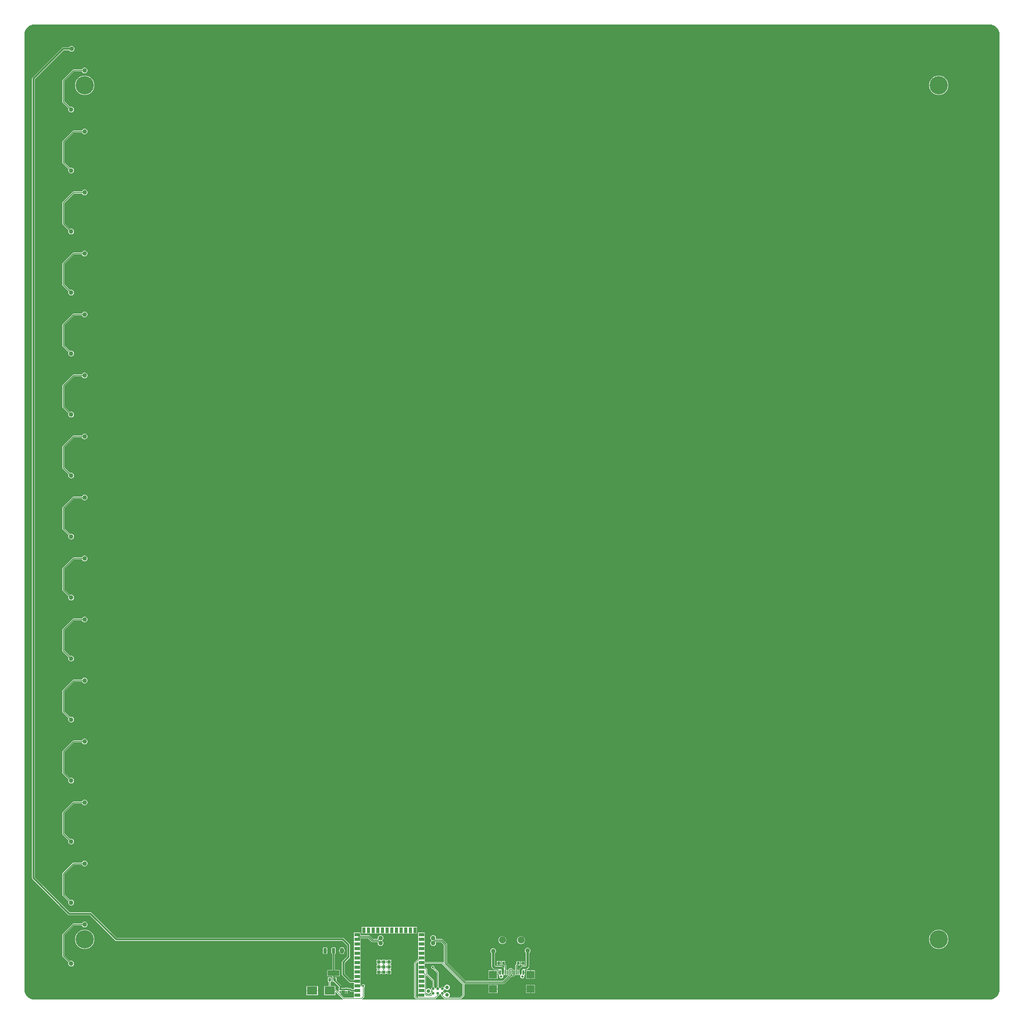
<source format=gbl>
G04*
G04 #@! TF.GenerationSoftware,Altium Limited,Altium Designer,24.3.1 (35)*
G04*
G04 Layer_Physical_Order=2*
G04 Layer_Color=16711680*
%FSLAX25Y25*%
%MOIN*%
G70*
G04*
G04 #@! TF.SameCoordinates,990AA879-4203-459C-8826-AB23A681A769*
G04*
G04*
G04 #@! TF.FilePolarity,Positive*
G04*
G01*
G75*
%ADD13R,0.05906X0.03543*%
%ADD17C,0.01575*%
%ADD18C,0.02559*%
%ADD23C,0.01000*%
%ADD24C,0.00800*%
%ADD25C,0.01500*%
%ADD26C,0.05000*%
%ADD27C,0.03902*%
%ADD28C,0.19685*%
%ADD29C,0.07480*%
%ADD30C,0.02362*%
%ADD31C,0.05000*%
%ADD32C,0.03098*%
%ADD33R,0.03150X0.03740*%
%ADD34R,0.01860X0.02029*%
%ADD35R,0.11024X0.08661*%
%ADD36R,0.02894X0.03394*%
G04:AMPARAMS|DCode=37|XSize=124.02mil|YSize=57.09mil|CornerRadius=2mil|HoleSize=0mil|Usage=FLASHONLY|Rotation=180.000|XOffset=0mil|YOffset=0mil|HoleType=Round|Shape=RoundedRectangle|*
%AMROUNDEDRECTD37*
21,1,0.12402,0.05309,0,0,180.0*
21,1,0.12002,0.05709,0,0,180.0*
1,1,0.00400,-0.06001,0.02655*
1,1,0.00400,0.06001,0.02655*
1,1,0.00400,0.06001,-0.02655*
1,1,0.00400,-0.06001,-0.02655*
%
%ADD37ROUNDEDRECTD37*%
G04:AMPARAMS|DCode=38|XSize=35.43mil|YSize=57.09mil|CornerRadius=1.95mil|HoleSize=0mil|Usage=FLASHONLY|Rotation=180.000|XOffset=0mil|YOffset=0mil|HoleType=Round|Shape=RoundedRectangle|*
%AMROUNDEDRECTD38*
21,1,0.03543,0.05319,0,0,180.0*
21,1,0.03154,0.05709,0,0,180.0*
1,1,0.00390,-0.01577,0.02659*
1,1,0.00390,0.01577,0.02659*
1,1,0.00390,0.01577,-0.02659*
1,1,0.00390,-0.01577,-0.02659*
%
%ADD38ROUNDEDRECTD38*%
%ADD39R,0.03543X0.03543*%
%ADD40R,0.03543X0.05906*%
%ADD41R,0.01181X0.04528*%
%ADD42R,0.02362X0.04528*%
%ADD43R,0.08583X0.07874*%
%ADD44C,0.02000*%
%ADD45C,0.02500*%
G36*
X1039741Y1048458D02*
X1041135Y1048084D01*
X1042468Y1047532D01*
X1043718Y1046811D01*
X1044863Y1045932D01*
X1045883Y1044912D01*
X1046762Y1043767D01*
X1047483Y1042517D01*
X1048035Y1041184D01*
X1048409Y1039790D01*
X1048597Y1038359D01*
Y1037638D01*
Y11811D01*
Y11090D01*
X1048409Y9659D01*
X1048035Y8265D01*
X1047483Y6932D01*
X1046762Y5682D01*
X1045883Y4537D01*
X1044863Y3517D01*
X1043718Y2638D01*
X1042468Y1917D01*
X1041135Y1365D01*
X1039741Y991D01*
X1038311Y803D01*
X363759D01*
X363608Y1303D01*
X363680Y1351D01*
X365649Y3320D01*
X365848Y3618D01*
X365918Y3969D01*
Y14057D01*
X365954Y14072D01*
X366428Y14546D01*
X366684Y15165D01*
Y15835D01*
X366428Y16454D01*
X365954Y16928D01*
X365335Y17184D01*
X364665D01*
X364046Y16928D01*
X363572Y16454D01*
X363557Y16418D01*
X361953D01*
Y17728D01*
X361953Y17772D01*
Y18228D01*
X361953Y18272D01*
Y22728D01*
X361953Y22772D01*
Y23228D01*
X361953Y23272D01*
Y27728D01*
X361953Y27772D01*
Y28228D01*
X361953Y28272D01*
Y32728D01*
X361953Y32772D01*
Y33228D01*
X361953Y33272D01*
Y37728D01*
X361953Y37772D01*
Y38228D01*
X361953Y38272D01*
Y42728D01*
X361953Y42772D01*
Y43228D01*
X361953Y43272D01*
Y47728D01*
X361953Y47772D01*
Y48228D01*
X361953Y48272D01*
Y52728D01*
X361953Y52772D01*
Y53228D01*
X361953Y53272D01*
Y57728D01*
X361953Y57772D01*
Y58228D01*
X361953Y58272D01*
Y62728D01*
X361953Y62772D01*
Y63228D01*
X361953Y63272D01*
Y66480D01*
X370139D01*
X373840Y62779D01*
X374171Y62558D01*
X374561Y62480D01*
X380140D01*
X380527Y61995D01*
X380500Y61895D01*
Y61105D01*
X380704Y60342D01*
X381099Y59658D01*
X381658Y59099D01*
X382342Y58704D01*
X383105Y58500D01*
X383895D01*
X384658Y58704D01*
X385342Y59099D01*
X385901Y59658D01*
X386296Y60342D01*
X386500Y61105D01*
Y61895D01*
X386296Y62658D01*
X385901Y63342D01*
X385342Y63901D01*
X385170Y64000D01*
Y64500D01*
X385342Y64599D01*
X385901Y65158D01*
X386296Y65842D01*
X386500Y66605D01*
Y67395D01*
X386296Y68158D01*
X385901Y68842D01*
X385342Y69401D01*
X384658Y69796D01*
X383895Y70000D01*
X383105D01*
X382342Y69796D01*
X381658Y69401D01*
X381099Y68842D01*
X380704Y68158D01*
X380500Y67395D01*
Y66605D01*
X380527Y66505D01*
X380140Y66020D01*
X375605D01*
X371904Y69721D01*
X371573Y69942D01*
X371183Y70020D01*
X361953D01*
Y72772D01*
X355047D01*
Y68228D01*
X355047Y68228D01*
Y67772D01*
X355047D01*
X355047Y67728D01*
Y63272D01*
X355047Y63228D01*
Y62772D01*
X355047Y62728D01*
Y58272D01*
X355047Y58228D01*
Y57772D01*
X355047Y57728D01*
Y53272D01*
X355047Y53228D01*
Y52772D01*
X355047Y52728D01*
Y48272D01*
X355047Y48228D01*
Y47772D01*
X355047Y47728D01*
Y43272D01*
X355047Y43228D01*
Y42772D01*
X355047Y42728D01*
Y38272D01*
X355047Y38228D01*
Y37772D01*
X355047Y37728D01*
Y33272D01*
X355047Y33228D01*
Y32772D01*
X355047Y32728D01*
Y28272D01*
X355047Y28228D01*
Y27772D01*
X355047Y27728D01*
Y23272D01*
X355047Y23228D01*
Y22772D01*
X355047Y22728D01*
Y22029D01*
X351634D01*
X345029Y28633D01*
Y40367D01*
X350081Y45419D01*
X350413Y45915D01*
X350529Y46500D01*
Y59500D01*
X350413Y60085D01*
X350081Y60581D01*
X344081Y66581D01*
X343585Y66913D01*
X343000Y67029D01*
X100134D01*
X73081Y94081D01*
X72585Y94413D01*
X72000Y94529D01*
X49633D01*
X12029Y132133D01*
Y989867D01*
X43134Y1020971D01*
X48919D01*
X49099Y1020658D01*
X49658Y1020099D01*
X50342Y1019704D01*
X51105Y1019500D01*
X51895D01*
X52658Y1019704D01*
X53342Y1020099D01*
X53901Y1020658D01*
X54296Y1021342D01*
X54500Y1022105D01*
Y1022895D01*
X54296Y1023658D01*
X53901Y1024342D01*
X53342Y1024901D01*
X52658Y1025296D01*
X51895Y1025500D01*
X51105D01*
X50342Y1025296D01*
X49658Y1024901D01*
X49099Y1024342D01*
X48919Y1024029D01*
X42500D01*
X41915Y1023913D01*
X41419Y1023581D01*
X9419Y991581D01*
X9087Y991085D01*
X8971Y990500D01*
Y131500D01*
X9087Y130915D01*
X9419Y130419D01*
X47919Y91919D01*
X48415Y91587D01*
X49000Y91471D01*
X71367D01*
X98419Y64419D01*
X98915Y64087D01*
X99500Y63971D01*
X342367D01*
X347471Y58867D01*
Y47133D01*
X342419Y42081D01*
X342087Y41585D01*
X341971Y41000D01*
Y28000D01*
X342087Y27415D01*
X342419Y26919D01*
X349919Y19419D01*
X350415Y19087D01*
X351000Y18971D01*
X355047D01*
Y18272D01*
X355047Y18228D01*
Y17772D01*
X355047Y17728D01*
Y13228D01*
X355047D01*
Y12772D01*
X355047D01*
Y11774D01*
X352733D01*
X351616Y12892D01*
X351203Y13168D01*
X350715Y13265D01*
X348138D01*
Y13505D01*
X345278D01*
Y13265D01*
X341534D01*
Y13505D01*
X341379D01*
Y15290D01*
X341282Y15778D01*
X341005Y16192D01*
X336134Y21063D01*
Y24690D01*
X334358D01*
Y25850D01*
X339001D01*
X339274Y25905D01*
X339506Y26059D01*
X339660Y26291D01*
X339715Y26564D01*
Y31873D01*
X339660Y32146D01*
X339506Y32378D01*
X339274Y32532D01*
X339001Y32587D01*
X334275D01*
Y50063D01*
X334577D01*
X334848Y50117D01*
X335078Y50271D01*
X335231Y50501D01*
X335285Y50772D01*
Y56091D01*
X335231Y56362D01*
X335078Y56592D01*
X334848Y56745D01*
X334577Y56799D01*
X331423D01*
X331152Y56745D01*
X330922Y56592D01*
X330769Y56362D01*
X330715Y56091D01*
Y50772D01*
X330769Y50501D01*
X330922Y50271D01*
X331152Y50117D01*
X331423Y50063D01*
X331726D01*
Y32587D01*
X326999D01*
X326726Y32532D01*
X326495Y32378D01*
X326340Y32146D01*
X326286Y31873D01*
Y26564D01*
X326340Y26291D01*
X326495Y26059D01*
X326726Y25905D01*
X326999Y25850D01*
X331809D01*
Y22311D01*
X331906Y21824D01*
X331984Y21706D01*
Y19950D01*
X333643D01*
X338830Y14762D01*
Y13505D01*
X338674D01*
Y9488D01*
X338184Y9151D01*
X337999Y9200D01*
X337800Y9498D01*
X336149Y11149D01*
X335851Y11348D01*
X335500Y11418D01*
X334961D01*
Y15331D01*
X329859D01*
Y19950D01*
X331016D01*
Y24690D01*
X326866D01*
Y19950D01*
X328023D01*
Y15331D01*
X322937D01*
Y5669D01*
X334961D01*
Y9035D01*
X335461Y9242D01*
X336302Y8400D01*
X336303Y8395D01*
X336502Y8097D01*
X343248Y1351D01*
X343320Y1303D01*
X343168Y803D01*
X11041D01*
X9610Y991D01*
X8216Y1365D01*
X6883Y1917D01*
X5633Y2638D01*
X4488Y3517D01*
X3468Y4537D01*
X2589Y5682D01*
X1868Y6932D01*
X1316Y8265D01*
X942Y9659D01*
X754Y11090D01*
Y11811D01*
Y1037638D01*
Y1038359D01*
X942Y1039790D01*
X1316Y1041184D01*
X1868Y1042517D01*
X2589Y1043767D01*
X3468Y1044912D01*
X4488Y1045932D01*
X5633Y1046811D01*
X6883Y1047532D01*
X8216Y1048084D01*
X9610Y1048458D01*
X11041Y1048646D01*
X1038311D01*
X1039741Y1048458D01*
D02*
G37*
G36*
X351304Y9599D02*
X351718Y9323D01*
X352205Y9225D01*
X355047D01*
Y8272D01*
X355047Y8228D01*
Y7772D01*
X355047Y7728D01*
Y5750D01*
X358500D01*
Y5250D01*
X355047D01*
Y3418D01*
X355047Y3228D01*
X354676Y2918D01*
X344277D01*
X340161Y7033D01*
X340352Y7495D01*
X341534D01*
Y8760D01*
X340104D01*
Y9260D01*
X341534D01*
Y10716D01*
X345278D01*
Y9260D01*
X346708D01*
X348138D01*
Y10716D01*
X350187D01*
X351304Y9599D01*
D02*
G37*
%LPC*%
G36*
X65895Y1002216D02*
X65105D01*
X64342Y1002012D01*
X63658Y1001617D01*
X63099Y1001058D01*
X62704Y1000374D01*
X62667Y1000236D01*
X53500D01*
X53110Y1000158D01*
X52779Y999937D01*
X41779Y988937D01*
X41558Y988607D01*
X41480Y988216D01*
Y965716D01*
X41558Y965326D01*
X41779Y964995D01*
X48276Y958498D01*
X48204Y958374D01*
X48000Y957611D01*
Y956821D01*
X48204Y956058D01*
X48599Y955374D01*
X49158Y954816D01*
X49842Y954421D01*
X50605Y954216D01*
X51395D01*
X52158Y954421D01*
X52842Y954816D01*
X53401Y955374D01*
X53796Y956058D01*
X54000Y956821D01*
Y957611D01*
X53796Y958374D01*
X53401Y959058D01*
X52842Y959617D01*
X52158Y960012D01*
X51395Y960216D01*
X50605D01*
X49842Y960012D01*
X49718Y959940D01*
X43520Y966139D01*
Y987794D01*
X53922Y998197D01*
X62667D01*
X62704Y998058D01*
X63099Y997374D01*
X63658Y996816D01*
X64342Y996421D01*
X65105Y996216D01*
X65895D01*
X66658Y996421D01*
X67342Y996816D01*
X67901Y997374D01*
X68296Y998058D01*
X68500Y998821D01*
Y999611D01*
X68296Y1000374D01*
X67901Y1001058D01*
X67342Y1001617D01*
X66658Y1002012D01*
X65895Y1002216D01*
D02*
G37*
G36*
X984082Y993610D02*
X983518D01*
Y983518D01*
X993610D01*
Y984082D01*
X993356Y985690D01*
X992852Y987238D01*
X992113Y988688D01*
X991157Y990005D01*
X990005Y991157D01*
X988688Y992113D01*
X987238Y992852D01*
X985690Y993356D01*
X984082Y993610D01*
D02*
G37*
G36*
X983018D02*
X982454D01*
X980846Y993356D01*
X979298Y992852D01*
X977847Y992113D01*
X976530Y991157D01*
X975379Y990005D01*
X974422Y988688D01*
X973683Y987238D01*
X973180Y985690D01*
X972925Y984082D01*
Y983518D01*
X983018D01*
Y993610D01*
D02*
G37*
G36*
X66365D02*
X65801D01*
Y983518D01*
X75894D01*
Y984082D01*
X75639Y985690D01*
X75136Y987238D01*
X74397Y988688D01*
X73440Y990005D01*
X72289Y991157D01*
X70972Y992113D01*
X69521Y992852D01*
X67973Y993356D01*
X66365Y993610D01*
D02*
G37*
G36*
X65301D02*
X64737D01*
X63129Y993356D01*
X61581Y992852D01*
X60131Y992113D01*
X58814Y991157D01*
X57662Y990005D01*
X56705Y988688D01*
X55966Y987238D01*
X55463Y985690D01*
X55209Y984082D01*
Y983518D01*
X65301D01*
Y993610D01*
D02*
G37*
G36*
X993610Y983018D02*
X983518D01*
Y972925D01*
X984082D01*
X985690Y973180D01*
X987238Y973683D01*
X988688Y974422D01*
X990005Y975379D01*
X991157Y976530D01*
X992113Y977847D01*
X992852Y979298D01*
X993356Y980846D01*
X993610Y982454D01*
Y983018D01*
D02*
G37*
G36*
X983018D02*
X972925D01*
Y982454D01*
X973180Y980846D01*
X973683Y979298D01*
X974422Y977847D01*
X975379Y976530D01*
X976530Y975379D01*
X977847Y974422D01*
X979298Y973683D01*
X980846Y973180D01*
X982454Y972925D01*
X983018D01*
Y983018D01*
D02*
G37*
G36*
X75894D02*
X65801D01*
Y972925D01*
X66365D01*
X67973Y973180D01*
X69521Y973683D01*
X70972Y974422D01*
X72289Y975379D01*
X73440Y976530D01*
X74397Y977847D01*
X75136Y979298D01*
X75639Y980846D01*
X75894Y982454D01*
Y983018D01*
D02*
G37*
G36*
X65301D02*
X55209D01*
Y982454D01*
X55463Y980846D01*
X55966Y979298D01*
X56705Y977847D01*
X57662Y976530D01*
X58814Y975379D01*
X60131Y974422D01*
X61581Y973683D01*
X63129Y973180D01*
X64737Y972925D01*
X65301D01*
Y983018D01*
D02*
G37*
G36*
X65895Y936665D02*
X65105D01*
X64342Y936461D01*
X63658Y936066D01*
X63099Y935507D01*
X62704Y934823D01*
X62667Y934685D01*
X53500D01*
X53110Y934607D01*
X52779Y934386D01*
X41779Y923386D01*
X41558Y923055D01*
X41480Y922665D01*
Y900165D01*
X41558Y899775D01*
X41779Y899444D01*
X48276Y892947D01*
X48204Y892823D01*
X48000Y892060D01*
Y891270D01*
X48204Y890507D01*
X48599Y889823D01*
X49158Y889265D01*
X49842Y888870D01*
X50605Y888665D01*
X51395D01*
X52158Y888870D01*
X52842Y889265D01*
X53401Y889823D01*
X53796Y890507D01*
X54000Y891270D01*
Y892060D01*
X53796Y892823D01*
X53401Y893507D01*
X52842Y894066D01*
X52158Y894461D01*
X51395Y894665D01*
X50605D01*
X49842Y894461D01*
X49718Y894389D01*
X43520Y900588D01*
Y922243D01*
X53922Y932646D01*
X62667D01*
X62704Y932507D01*
X63099Y931823D01*
X63658Y931265D01*
X64342Y930870D01*
X65105Y930665D01*
X65895D01*
X66658Y930870D01*
X67342Y931265D01*
X67901Y931823D01*
X68296Y932507D01*
X68500Y933270D01*
Y934060D01*
X68296Y934823D01*
X67901Y935507D01*
X67342Y936066D01*
X66658Y936461D01*
X65895Y936665D01*
D02*
G37*
G36*
Y871114D02*
X65105D01*
X64342Y870910D01*
X63658Y870515D01*
X63099Y869956D01*
X62704Y869272D01*
X62667Y869134D01*
X53500D01*
X53110Y869056D01*
X52779Y868835D01*
X41779Y857835D01*
X41558Y857504D01*
X41480Y857114D01*
Y834614D01*
X41558Y834224D01*
X41779Y833893D01*
X48276Y827396D01*
X48204Y827272D01*
X48000Y826509D01*
Y825719D01*
X48204Y824956D01*
X48599Y824272D01*
X49158Y823713D01*
X49842Y823319D01*
X50605Y823114D01*
X51395D01*
X52158Y823319D01*
X52842Y823713D01*
X53401Y824272D01*
X53796Y824956D01*
X54000Y825719D01*
Y826509D01*
X53796Y827272D01*
X53401Y827956D01*
X52842Y828515D01*
X52158Y828910D01*
X51395Y829114D01*
X50605D01*
X49842Y828910D01*
X49718Y828838D01*
X43520Y835036D01*
Y856692D01*
X53922Y867095D01*
X62667D01*
X62704Y866956D01*
X63099Y866272D01*
X63658Y865714D01*
X64342Y865319D01*
X65105Y865114D01*
X65895D01*
X66658Y865319D01*
X67342Y865714D01*
X67901Y866272D01*
X68296Y866956D01*
X68500Y867719D01*
Y868509D01*
X68296Y869272D01*
X67901Y869956D01*
X67342Y870515D01*
X66658Y870910D01*
X65895Y871114D01*
D02*
G37*
G36*
Y805563D02*
X65105D01*
X64342Y805358D01*
X63658Y804963D01*
X63099Y804405D01*
X62704Y803721D01*
X62667Y803582D01*
X53500D01*
X53110Y803505D01*
X52779Y803284D01*
X41779Y792284D01*
X41558Y791953D01*
X41480Y791563D01*
Y769063D01*
X41558Y768673D01*
X41779Y768342D01*
X48276Y761845D01*
X48204Y761721D01*
X48000Y760958D01*
Y760168D01*
X48204Y759405D01*
X48599Y758721D01*
X49158Y758162D01*
X49842Y757767D01*
X50605Y757563D01*
X51395D01*
X52158Y757767D01*
X52842Y758162D01*
X53401Y758721D01*
X53796Y759405D01*
X54000Y760168D01*
Y760958D01*
X53796Y761721D01*
X53401Y762405D01*
X52842Y762963D01*
X52158Y763358D01*
X51395Y763563D01*
X50605D01*
X49842Y763358D01*
X49718Y763287D01*
X43520Y769485D01*
Y791141D01*
X53922Y801543D01*
X62667D01*
X62704Y801405D01*
X63099Y800721D01*
X63658Y800162D01*
X64342Y799767D01*
X65105Y799563D01*
X65895D01*
X66658Y799767D01*
X67342Y800162D01*
X67901Y800721D01*
X68296Y801405D01*
X68500Y802168D01*
Y802958D01*
X68296Y803721D01*
X67901Y804405D01*
X67342Y804963D01*
X66658Y805358D01*
X65895Y805563D01*
D02*
G37*
G36*
Y740012D02*
X65105D01*
X64342Y739807D01*
X63658Y739412D01*
X63099Y738854D01*
X62704Y738170D01*
X62667Y738031D01*
X53500D01*
X53110Y737954D01*
X52779Y737733D01*
X41779Y726733D01*
X41558Y726402D01*
X41480Y726012D01*
Y703512D01*
X41558Y703122D01*
X41779Y702791D01*
X48276Y696294D01*
X48204Y696170D01*
X48000Y695407D01*
Y694617D01*
X48204Y693854D01*
X48599Y693170D01*
X49158Y692611D01*
X49842Y692216D01*
X50605Y692012D01*
X51395D01*
X52158Y692216D01*
X52842Y692611D01*
X53401Y693170D01*
X53796Y693854D01*
X54000Y694617D01*
Y695407D01*
X53796Y696170D01*
X53401Y696854D01*
X52842Y697412D01*
X52158Y697807D01*
X51395Y698012D01*
X50605D01*
X49842Y697807D01*
X49718Y697736D01*
X43520Y703934D01*
Y725589D01*
X53922Y735992D01*
X62667D01*
X62704Y735854D01*
X63099Y735170D01*
X63658Y734611D01*
X64342Y734216D01*
X65105Y734012D01*
X65895D01*
X66658Y734216D01*
X67342Y734611D01*
X67901Y735170D01*
X68296Y735854D01*
X68500Y736617D01*
Y737407D01*
X68296Y738170D01*
X67901Y738854D01*
X67342Y739412D01*
X66658Y739807D01*
X65895Y740012D01*
D02*
G37*
G36*
Y674461D02*
X65105D01*
X64342Y674256D01*
X63658Y673861D01*
X63099Y673303D01*
X62704Y672618D01*
X62667Y672480D01*
X53500D01*
X53110Y672402D01*
X52779Y672182D01*
X41779Y661181D01*
X41558Y660851D01*
X41480Y660461D01*
Y637960D01*
X41558Y637570D01*
X41779Y637240D01*
X48276Y630743D01*
X48204Y630618D01*
X48000Y629855D01*
Y629066D01*
X48204Y628303D01*
X48599Y627619D01*
X49158Y627060D01*
X49842Y626665D01*
X50605Y626461D01*
X51395D01*
X52158Y626665D01*
X52842Y627060D01*
X53401Y627619D01*
X53796Y628303D01*
X54000Y629066D01*
Y629855D01*
X53796Y630618D01*
X53401Y631303D01*
X52842Y631861D01*
X52158Y632256D01*
X51395Y632460D01*
X50605D01*
X49842Y632256D01*
X49718Y632185D01*
X43520Y638383D01*
Y660038D01*
X53922Y670441D01*
X62667D01*
X62704Y670303D01*
X63099Y669619D01*
X63658Y669060D01*
X64342Y668665D01*
X65105Y668461D01*
X65895D01*
X66658Y668665D01*
X67342Y669060D01*
X67901Y669619D01*
X68296Y670303D01*
X68500Y671066D01*
Y671855D01*
X68296Y672618D01*
X67901Y673303D01*
X67342Y673861D01*
X66658Y674256D01*
X65895Y674461D01*
D02*
G37*
G36*
Y608909D02*
X65105D01*
X64342Y608705D01*
X63658Y608310D01*
X63099Y607752D01*
X62704Y607067D01*
X62667Y606929D01*
X53500D01*
X53110Y606851D01*
X52779Y606630D01*
X41779Y595630D01*
X41558Y595300D01*
X41480Y594909D01*
Y572409D01*
X41558Y572019D01*
X41779Y571689D01*
X48276Y565191D01*
X48204Y565067D01*
X48000Y564304D01*
Y563515D01*
X48204Y562751D01*
X48599Y562067D01*
X49158Y561509D01*
X49842Y561114D01*
X50605Y560909D01*
X51395D01*
X52158Y561114D01*
X52842Y561509D01*
X53401Y562067D01*
X53796Y562751D01*
X54000Y563515D01*
Y564304D01*
X53796Y565067D01*
X53401Y565752D01*
X52842Y566310D01*
X52158Y566705D01*
X51395Y566909D01*
X50605D01*
X49842Y566705D01*
X49718Y566633D01*
X43520Y572832D01*
Y594487D01*
X53922Y604890D01*
X62667D01*
X62704Y604751D01*
X63099Y604067D01*
X63658Y603509D01*
X64342Y603114D01*
X65105Y602909D01*
X65895D01*
X66658Y603114D01*
X67342Y603509D01*
X67901Y604067D01*
X68296Y604751D01*
X68500Y605514D01*
Y606304D01*
X68296Y607067D01*
X67901Y607752D01*
X67342Y608310D01*
X66658Y608705D01*
X65895Y608909D01*
D02*
G37*
G36*
Y543358D02*
X65105D01*
X64342Y543154D01*
X63658Y542759D01*
X63099Y542200D01*
X62704Y541516D01*
X62667Y541378D01*
X53500D01*
X53110Y541300D01*
X52779Y541079D01*
X41779Y530079D01*
X41558Y529748D01*
X41480Y529358D01*
Y506858D01*
X41558Y506468D01*
X41779Y506137D01*
X48276Y499640D01*
X48204Y499516D01*
X48000Y498753D01*
Y497963D01*
X48204Y497200D01*
X48599Y496516D01*
X49158Y495958D01*
X49842Y495563D01*
X50605Y495358D01*
X51395D01*
X52158Y495563D01*
X52842Y495958D01*
X53401Y496516D01*
X53796Y497200D01*
X54000Y497963D01*
Y498753D01*
X53796Y499516D01*
X53401Y500200D01*
X52842Y500759D01*
X52158Y501154D01*
X51395Y501358D01*
X50605D01*
X49842Y501154D01*
X49718Y501082D01*
X43520Y507280D01*
Y528936D01*
X53922Y539338D01*
X62667D01*
X62704Y539200D01*
X63099Y538516D01*
X63658Y537957D01*
X64342Y537563D01*
X65105Y537358D01*
X65895D01*
X66658Y537563D01*
X67342Y537957D01*
X67901Y538516D01*
X68296Y539200D01*
X68500Y539963D01*
Y540753D01*
X68296Y541516D01*
X67901Y542200D01*
X67342Y542759D01*
X66658Y543154D01*
X65895Y543358D01*
D02*
G37*
G36*
Y477807D02*
X65105D01*
X64342Y477602D01*
X63658Y477208D01*
X63099Y476649D01*
X62704Y475965D01*
X62667Y475827D01*
X53500D01*
X53110Y475749D01*
X52779Y475528D01*
X41779Y464528D01*
X41558Y464197D01*
X41480Y463807D01*
Y441307D01*
X41558Y440917D01*
X41779Y440586D01*
X48276Y434089D01*
X48204Y433965D01*
X48000Y433202D01*
Y432412D01*
X48204Y431649D01*
X48599Y430965D01*
X49158Y430406D01*
X49842Y430011D01*
X50605Y429807D01*
X51395D01*
X52158Y430011D01*
X52842Y430406D01*
X53401Y430965D01*
X53796Y431649D01*
X54000Y432412D01*
Y433202D01*
X53796Y433965D01*
X53401Y434649D01*
X52842Y435208D01*
X52158Y435603D01*
X51395Y435807D01*
X50605D01*
X49842Y435603D01*
X49718Y435531D01*
X43520Y441729D01*
Y463385D01*
X53922Y473787D01*
X62667D01*
X62704Y473649D01*
X63099Y472965D01*
X63658Y472406D01*
X64342Y472011D01*
X65105Y471807D01*
X65895D01*
X66658Y472011D01*
X67342Y472406D01*
X67901Y472965D01*
X68296Y473649D01*
X68500Y474412D01*
Y475202D01*
X68296Y475965D01*
X67901Y476649D01*
X67342Y477208D01*
X66658Y477602D01*
X65895Y477807D01*
D02*
G37*
G36*
Y412256D02*
X65105D01*
X64342Y412051D01*
X63658Y411656D01*
X63099Y411098D01*
X62704Y410414D01*
X62667Y410275D01*
X53500D01*
X53110Y410198D01*
X52779Y409977D01*
X41779Y398977D01*
X41558Y398646D01*
X41480Y398256D01*
Y375756D01*
X41558Y375366D01*
X41779Y375035D01*
X48276Y368538D01*
X48204Y368414D01*
X48000Y367651D01*
Y366861D01*
X48204Y366098D01*
X48599Y365414D01*
X49158Y364855D01*
X49842Y364460D01*
X50605Y364256D01*
X51395D01*
X52158Y364460D01*
X52842Y364855D01*
X53401Y365414D01*
X53796Y366098D01*
X54000Y366861D01*
Y367651D01*
X53796Y368414D01*
X53401Y369098D01*
X52842Y369656D01*
X52158Y370051D01*
X51395Y370256D01*
X50605D01*
X49842Y370051D01*
X49718Y369980D01*
X43520Y376178D01*
Y397833D01*
X53922Y408236D01*
X62667D01*
X62704Y408098D01*
X63099Y407414D01*
X63658Y406855D01*
X64342Y406460D01*
X65105Y406256D01*
X65895D01*
X66658Y406460D01*
X67342Y406855D01*
X67901Y407414D01*
X68296Y408098D01*
X68500Y408861D01*
Y409651D01*
X68296Y410414D01*
X67901Y411098D01*
X67342Y411656D01*
X66658Y412051D01*
X65895Y412256D01*
D02*
G37*
G36*
Y346705D02*
X65105D01*
X64342Y346500D01*
X63658Y346105D01*
X63099Y345547D01*
X62704Y344863D01*
X62667Y344724D01*
X53500D01*
X53110Y344647D01*
X52779Y344426D01*
X41779Y333426D01*
X41558Y333095D01*
X41480Y332705D01*
Y310205D01*
X41558Y309815D01*
X41779Y309484D01*
X48276Y302987D01*
X48204Y302863D01*
X48000Y302100D01*
Y301310D01*
X48204Y300547D01*
X48599Y299863D01*
X49158Y299304D01*
X49842Y298909D01*
X50605Y298705D01*
X51395D01*
X52158Y298909D01*
X52842Y299304D01*
X53401Y299863D01*
X53796Y300547D01*
X54000Y301310D01*
Y302100D01*
X53796Y302863D01*
X53401Y303547D01*
X52842Y304105D01*
X52158Y304500D01*
X51395Y304705D01*
X50605D01*
X49842Y304500D01*
X49718Y304429D01*
X43520Y310627D01*
Y332282D01*
X53922Y342685D01*
X62667D01*
X62704Y342547D01*
X63099Y341863D01*
X63658Y341304D01*
X64342Y340909D01*
X65105Y340705D01*
X65895D01*
X66658Y340909D01*
X67342Y341304D01*
X67901Y341863D01*
X68296Y342547D01*
X68500Y343310D01*
Y344100D01*
X68296Y344863D01*
X67901Y345547D01*
X67342Y346105D01*
X66658Y346500D01*
X65895Y346705D01*
D02*
G37*
G36*
Y281153D02*
X65105D01*
X64342Y280949D01*
X63658Y280554D01*
X63099Y279995D01*
X62704Y279311D01*
X62667Y279173D01*
X53500D01*
X53110Y279095D01*
X52779Y278874D01*
X41779Y267874D01*
X41558Y267544D01*
X41480Y267153D01*
Y244653D01*
X41558Y244263D01*
X41779Y243932D01*
X48276Y237435D01*
X48204Y237311D01*
X48000Y236548D01*
Y235758D01*
X48204Y234995D01*
X48599Y234311D01*
X49158Y233753D01*
X49842Y233358D01*
X50605Y233153D01*
X51395D01*
X52158Y233358D01*
X52842Y233753D01*
X53401Y234311D01*
X53796Y234995D01*
X54000Y235758D01*
Y236548D01*
X53796Y237311D01*
X53401Y237995D01*
X52842Y238554D01*
X52158Y238949D01*
X51395Y239153D01*
X50605D01*
X49842Y238949D01*
X49718Y238877D01*
X43520Y245076D01*
Y266731D01*
X53922Y277134D01*
X62667D01*
X62704Y276995D01*
X63099Y276311D01*
X63658Y275753D01*
X64342Y275358D01*
X65105Y275153D01*
X65895D01*
X66658Y275358D01*
X67342Y275753D01*
X67901Y276311D01*
X68296Y276995D01*
X68500Y277758D01*
Y278548D01*
X68296Y279311D01*
X67901Y279995D01*
X67342Y280554D01*
X66658Y280949D01*
X65895Y281153D01*
D02*
G37*
G36*
Y215602D02*
X65105D01*
X64342Y215398D01*
X63658Y215003D01*
X63099Y214444D01*
X62704Y213760D01*
X62667Y213622D01*
X53500D01*
X53110Y213544D01*
X52779Y213323D01*
X41779Y202323D01*
X41558Y201992D01*
X41480Y201602D01*
Y179102D01*
X41558Y178712D01*
X41779Y178381D01*
X48276Y171884D01*
X48204Y171760D01*
X48000Y170997D01*
Y170207D01*
X48204Y169444D01*
X48599Y168760D01*
X49158Y168202D01*
X49842Y167807D01*
X50605Y167602D01*
X51395D01*
X52158Y167807D01*
X52842Y168202D01*
X53401Y168760D01*
X53796Y169444D01*
X54000Y170207D01*
Y170997D01*
X53796Y171760D01*
X53401Y172444D01*
X52842Y173003D01*
X52158Y173398D01*
X51395Y173602D01*
X50605D01*
X49842Y173398D01*
X49718Y173326D01*
X43520Y179525D01*
Y201180D01*
X53922Y211583D01*
X62667D01*
X62704Y211444D01*
X63099Y210760D01*
X63658Y210202D01*
X64342Y209807D01*
X65105Y209602D01*
X65895D01*
X66658Y209807D01*
X67342Y210202D01*
X67901Y210760D01*
X68296Y211444D01*
X68500Y212207D01*
Y212997D01*
X68296Y213760D01*
X67901Y214444D01*
X67342Y215003D01*
X66658Y215398D01*
X65895Y215602D01*
D02*
G37*
G36*
Y150051D02*
X65105D01*
X64342Y149847D01*
X63658Y149452D01*
X63099Y148893D01*
X62704Y148209D01*
X62667Y148071D01*
X53500D01*
X53110Y147993D01*
X52779Y147772D01*
X41779Y136772D01*
X41558Y136441D01*
X41480Y136051D01*
Y113551D01*
X41558Y113161D01*
X41779Y112830D01*
X48276Y106333D01*
X48204Y106209D01*
X48000Y105446D01*
Y104656D01*
X48204Y103893D01*
X48599Y103209D01*
X49158Y102650D01*
X49842Y102256D01*
X50605Y102051D01*
X51395D01*
X52158Y102256D01*
X52842Y102650D01*
X53401Y103209D01*
X53796Y103893D01*
X54000Y104656D01*
Y105446D01*
X53796Y106209D01*
X53401Y106893D01*
X52842Y107452D01*
X52158Y107847D01*
X51395Y108051D01*
X50605D01*
X49842Y107847D01*
X49718Y107775D01*
X43520Y113973D01*
Y135629D01*
X53922Y146031D01*
X62667D01*
X62704Y145893D01*
X63099Y145209D01*
X63658Y144650D01*
X64342Y144256D01*
X65105Y144051D01*
X65895D01*
X66658Y144256D01*
X67342Y144650D01*
X67901Y145209D01*
X68296Y145893D01*
X68500Y146656D01*
Y147446D01*
X68296Y148209D01*
X67901Y148893D01*
X67342Y149452D01*
X66658Y149847D01*
X65895Y150051D01*
D02*
G37*
G36*
X418177Y78874D02*
X417721D01*
X417677Y78874D01*
X413221D01*
X413177Y78874D01*
X412720D01*
X412677Y78874D01*
X408220D01*
X408177Y78874D01*
X407721D01*
X407677Y78874D01*
X403221D01*
X403177Y78874D01*
X402720D01*
X402677Y78874D01*
X398220D01*
X398177Y78874D01*
X397721D01*
X397677Y78874D01*
X393220D01*
X393177Y78874D01*
X392721D01*
X392677Y78874D01*
X388221D01*
X388177Y78874D01*
X387720D01*
X387677Y78874D01*
X383221D01*
X383177Y78874D01*
X382720D01*
X382677Y78874D01*
X378221D01*
X378177Y78874D01*
X377720D01*
X377677Y78874D01*
X373220D01*
X373177Y78874D01*
X372721D01*
X372677Y78874D01*
X368220D01*
X368177Y78874D01*
X367721D01*
X367677Y78874D01*
X363177D01*
Y71969D01*
X367677D01*
X367721Y71969D01*
X368177D01*
X368220Y71969D01*
X372677D01*
X372721Y71969D01*
X373177D01*
X373220Y71969D01*
X377677D01*
X377720Y71969D01*
X378177D01*
X378221Y71969D01*
X382677D01*
X382720Y71969D01*
X383177D01*
X383221Y71969D01*
X387677D01*
X387720Y71969D01*
X388177D01*
X388221Y71969D01*
X392677D01*
X392721Y71969D01*
X393177D01*
X393220Y71969D01*
X397677D01*
X397721Y71969D01*
X398177D01*
X398220Y71969D01*
X402677D01*
X402720Y71969D01*
X403177D01*
X403221Y71969D01*
X407677D01*
X407721Y71969D01*
X408177D01*
X408220Y71969D01*
X412677D01*
X412720Y71969D01*
X413177D01*
X413221Y71969D01*
X417677D01*
X417721Y71969D01*
X418177D01*
X418221Y71969D01*
X422720D01*
Y78874D01*
X418221D01*
X418177Y78874D01*
D02*
G37*
G36*
X65895Y84500D02*
X65105D01*
X64342Y84296D01*
X63658Y83901D01*
X63099Y83342D01*
X62704Y82658D01*
X62667Y82520D01*
X53500D01*
X53110Y82442D01*
X52779Y82221D01*
X41779Y71221D01*
X41558Y70890D01*
X41480Y70500D01*
Y48000D01*
X41558Y47610D01*
X41779Y47279D01*
X48276Y40782D01*
X48204Y40658D01*
X48000Y39895D01*
Y39105D01*
X48204Y38342D01*
X48599Y37658D01*
X49158Y37099D01*
X49842Y36704D01*
X50605Y36500D01*
X51395D01*
X52158Y36704D01*
X52842Y37099D01*
X53401Y37658D01*
X53796Y38342D01*
X54000Y39105D01*
Y39895D01*
X53796Y40658D01*
X53401Y41342D01*
X52842Y41901D01*
X52158Y42296D01*
X51395Y42500D01*
X50605D01*
X49842Y42296D01*
X49718Y42224D01*
X43520Y48422D01*
Y70078D01*
X53922Y80480D01*
X62667D01*
X62704Y80342D01*
X63099Y79658D01*
X63658Y79099D01*
X64342Y78704D01*
X65105Y78500D01*
X65895D01*
X66658Y78704D01*
X67342Y79099D01*
X67901Y79658D01*
X68296Y80342D01*
X68500Y81105D01*
Y81895D01*
X68296Y82658D01*
X67901Y83342D01*
X67342Y83901D01*
X66658Y84296D01*
X65895Y84500D01*
D02*
G37*
G36*
X984082Y75894D02*
X983518D01*
Y65801D01*
X993610D01*
Y66365D01*
X993356Y67973D01*
X992852Y69521D01*
X992113Y70972D01*
X991157Y72289D01*
X990005Y73440D01*
X988688Y74397D01*
X987238Y75136D01*
X985690Y75639D01*
X984082Y75894D01*
D02*
G37*
G36*
X983018D02*
X982454D01*
X980846Y75639D01*
X979298Y75136D01*
X977847Y74397D01*
X976530Y73440D01*
X975379Y72289D01*
X974422Y70972D01*
X973683Y69521D01*
X973180Y67973D01*
X972925Y66365D01*
Y65801D01*
X983018D01*
Y75894D01*
D02*
G37*
G36*
X66365D02*
X65801D01*
Y65801D01*
X75894D01*
Y66365D01*
X75639Y67973D01*
X75136Y69521D01*
X74397Y70972D01*
X73440Y72289D01*
X72289Y73440D01*
X70972Y74397D01*
X69521Y75136D01*
X67973Y75639D01*
X66365Y75894D01*
D02*
G37*
G36*
X65301D02*
X64737D01*
X63129Y75639D01*
X61581Y75136D01*
X60131Y74397D01*
X58814Y73440D01*
X57662Y72289D01*
X56705Y70972D01*
X55966Y69521D01*
X55463Y67973D01*
X55209Y66365D01*
Y65801D01*
X65301D01*
Y75894D01*
D02*
G37*
G36*
X514968Y69053D02*
X514659D01*
Y65063D01*
X518650D01*
Y65371D01*
X518361Y66449D01*
X517802Y67416D01*
X517013Y68206D01*
X516046Y68764D01*
X514968Y69053D01*
D02*
G37*
G36*
X514159D02*
X513851D01*
X512773Y68764D01*
X511806Y68206D01*
X511017Y67416D01*
X510458Y66449D01*
X510169Y65371D01*
Y65063D01*
X514159D01*
Y69053D01*
D02*
G37*
G36*
X534968D02*
X533851D01*
X532773Y68764D01*
X531806Y68206D01*
X531016Y67416D01*
X530458Y66449D01*
X530169Y65371D01*
Y64254D01*
X530458Y63176D01*
X531016Y62209D01*
X531806Y61420D01*
X532773Y60861D01*
X533851Y60572D01*
X534968D01*
X536046Y60861D01*
X537013Y61420D01*
X537802Y62209D01*
X538361Y63176D01*
X538650Y64254D01*
Y65371D01*
X538361Y66449D01*
X537802Y67416D01*
X537013Y68206D01*
X536046Y68764D01*
X534968Y69053D01*
D02*
G37*
G36*
X518650Y64563D02*
X514659D01*
Y60572D01*
X514968D01*
X516046Y60861D01*
X517013Y61420D01*
X517802Y62209D01*
X518361Y63176D01*
X518650Y64254D01*
Y64563D01*
D02*
G37*
G36*
X514159D02*
X510169D01*
Y64254D01*
X510458Y63176D01*
X511017Y62209D01*
X511806Y61420D01*
X512773Y60861D01*
X513851Y60572D01*
X514159D01*
Y64563D01*
D02*
G37*
G36*
X993610Y65301D02*
X983518D01*
Y55209D01*
X984082D01*
X985690Y55463D01*
X987238Y55966D01*
X988688Y56705D01*
X990005Y57662D01*
X991157Y58814D01*
X992113Y60131D01*
X992852Y61581D01*
X993356Y63129D01*
X993610Y64737D01*
Y65301D01*
D02*
G37*
G36*
X983018D02*
X972925D01*
Y64737D01*
X973180Y63129D01*
X973683Y61581D01*
X974422Y60131D01*
X975379Y58814D01*
X976530Y57662D01*
X977847Y56705D01*
X979298Y55966D01*
X980846Y55463D01*
X982454Y55209D01*
X983018D01*
Y65301D01*
D02*
G37*
G36*
X75894D02*
X65801D01*
Y55209D01*
X66365D01*
X67973Y55463D01*
X69521Y55966D01*
X70972Y56705D01*
X72289Y57662D01*
X73440Y58814D01*
X74397Y60131D01*
X75136Y61581D01*
X75639Y63129D01*
X75894Y64737D01*
Y65301D01*
D02*
G37*
G36*
X65301D02*
X55209D01*
Y64737D01*
X55463Y63129D01*
X55966Y61581D01*
X56705Y60131D01*
X57662Y58814D01*
X58814Y57662D01*
X60131Y56705D01*
X61581Y55966D01*
X63129Y55463D01*
X64737Y55209D01*
X65301D01*
Y65301D01*
D02*
G37*
G36*
X325522Y56799D02*
X324195D01*
Y53681D01*
X326230D01*
Y56091D01*
X326176Y56362D01*
X326023Y56592D01*
X325793Y56745D01*
X325522Y56799D01*
D02*
G37*
G36*
X323695D02*
X322368D01*
X322097Y56745D01*
X321867Y56592D01*
X321713Y56362D01*
X321660Y56091D01*
Y53681D01*
X323695D01*
Y56799D01*
D02*
G37*
G36*
X343632D02*
X340478D01*
X340207Y56745D01*
X339977Y56592D01*
X339824Y56362D01*
X339770Y56091D01*
Y55522D01*
X339740Y55482D01*
X339599Y55342D01*
X339500Y55170D01*
X339380Y55013D01*
X339304Y54830D01*
X339204Y54658D01*
X339153Y54466D01*
X339077Y54283D01*
X339051Y54087D01*
X339000Y53895D01*
Y53697D01*
X338974Y53500D01*
X339000Y53303D01*
Y53105D01*
X339051Y52913D01*
X339077Y52717D01*
X339153Y52534D01*
X339204Y52342D01*
X339304Y52170D01*
X339380Y51987D01*
X339500Y51830D01*
X339599Y51658D01*
X339740Y51518D01*
X339770Y51478D01*
Y50772D01*
X339824Y50501D01*
X339977Y50271D01*
X340207Y50117D01*
X340478Y50063D01*
X343632D01*
X343903Y50117D01*
X344133Y50271D01*
X344286Y50501D01*
X344340Y50772D01*
Y51481D01*
X344676Y51918D01*
X344978Y52648D01*
X345081Y53431D01*
Y53445D01*
X344978Y54228D01*
X344676Y54958D01*
X344461Y55238D01*
X344401Y55342D01*
X344340Y55402D01*
Y56091D01*
X344286Y56362D01*
X344133Y56592D01*
X343903Y56745D01*
X343632Y56799D01*
D02*
G37*
G36*
X326230Y53181D02*
X324195D01*
Y50063D01*
X325522D01*
X325793Y50117D01*
X326023Y50271D01*
X326176Y50501D01*
X326230Y50772D01*
Y53181D01*
D02*
G37*
G36*
X323695D02*
X321660D01*
Y50772D01*
X321713Y50501D01*
X321867Y50271D01*
X322097Y50117D01*
X322368Y50063D01*
X323695D01*
Y53181D01*
D02*
G37*
G36*
X392305Y43677D02*
X390283D01*
Y42924D01*
X390073Y42783D01*
X389525D01*
X389315Y42924D01*
Y43677D01*
X387293D01*
Y41405D01*
X386793D01*
Y43677D01*
X384772D01*
Y42924D01*
X384561Y42783D01*
X384013D01*
X383803Y42924D01*
Y43677D01*
X381782D01*
Y41405D01*
X381532D01*
Y41155D01*
X379260D01*
Y39134D01*
X380013D01*
X380153Y38924D01*
Y38375D01*
X380013Y38165D01*
X379260D01*
Y36144D01*
X381532D01*
Y35644D01*
X379260D01*
Y33622D01*
X380013D01*
X380153Y33412D01*
Y32864D01*
X380013Y32653D01*
X379260D01*
Y30632D01*
X381532D01*
Y30382D01*
X381782D01*
Y28110D01*
X383803D01*
Y28863D01*
X384013Y29004D01*
X384561D01*
X384772Y28863D01*
Y28110D01*
X386793D01*
Y30382D01*
X387293D01*
Y28110D01*
X389315D01*
Y28863D01*
X389525Y29004D01*
X390073D01*
X390283Y28863D01*
Y28110D01*
X392305D01*
Y30382D01*
X392555D01*
Y30632D01*
X394827D01*
Y32653D01*
X394074D01*
X393933Y32864D01*
Y33412D01*
X394074Y33622D01*
X394827D01*
Y35644D01*
X392555D01*
Y36144D01*
X394827D01*
Y38165D01*
X394074D01*
X393933Y38375D01*
Y38924D01*
X394074Y39134D01*
X394827D01*
Y41155D01*
X392555D01*
Y41405D01*
X392305D01*
Y43677D01*
D02*
G37*
G36*
X394827D02*
X392805D01*
Y41655D01*
X394827D01*
Y43677D01*
D02*
G37*
G36*
X381281D02*
X379260D01*
Y41655D01*
X381281D01*
Y43677D01*
D02*
G37*
G36*
X512524Y42197D02*
X510827D01*
Y40250D01*
X512524D01*
Y42197D01*
D02*
G37*
G36*
X510327D02*
X508630D01*
Y40250D01*
X510327D01*
Y42197D01*
D02*
G37*
G36*
X538370Y42076D02*
X536673D01*
Y40129D01*
X538370D01*
Y42076D01*
D02*
G37*
G36*
X536173D02*
X534476D01*
Y40129D01*
X536173D01*
Y42076D01*
D02*
G37*
G36*
X512524Y39750D02*
X510827D01*
Y37803D01*
X512524D01*
Y39750D01*
D02*
G37*
G36*
X510327D02*
X508630D01*
Y37803D01*
X510327D01*
Y39750D01*
D02*
G37*
G36*
X538370Y39629D02*
X536673D01*
Y37682D01*
X538370D01*
Y39629D01*
D02*
G37*
G36*
X536173D02*
X534476D01*
Y37682D01*
X536173D01*
Y39629D01*
D02*
G37*
G36*
X430850Y72772D02*
X423945D01*
Y68272D01*
X423945Y68228D01*
Y67772D01*
X423945Y67728D01*
Y63272D01*
X423945Y63228D01*
Y62772D01*
X423945Y62728D01*
Y58272D01*
X423945Y58228D01*
Y57772D01*
X423945Y57728D01*
Y53272D01*
X423945Y53228D01*
Y52772D01*
X423945Y52728D01*
Y48272D01*
X423945Y48228D01*
Y47772D01*
X423945Y47728D01*
Y44526D01*
X419851Y40432D01*
X419652Y40135D01*
X419582Y39783D01*
Y4000D01*
X419652Y3649D01*
X419851Y3351D01*
X421351Y1851D01*
X421649Y1652D01*
X422000Y1582D01*
X442000D01*
X442351Y1652D01*
X442649Y1851D01*
X446149Y5351D01*
X446348Y5649D01*
X446418Y6000D01*
X446414Y6016D01*
X446737Y6339D01*
X446994Y6959D01*
X448006D01*
X448263Y6339D01*
X448839Y5763D01*
X448934Y5724D01*
Y5351D01*
X449003Y5000D01*
X449202Y4702D01*
X452053Y1851D01*
X452351Y1652D01*
X452702Y1582D01*
X469500D01*
X469851Y1652D01*
X470149Y1851D01*
X473149Y4851D01*
X473348Y5149D01*
X473418Y5500D01*
Y17062D01*
X473879Y17480D01*
X515825D01*
X516215Y17558D01*
X516546Y17779D01*
X524056Y25289D01*
X524271Y25610D01*
X524536Y25558D01*
X526251D01*
X526641Y25635D01*
X526972Y25856D01*
X527993Y26877D01*
X528214Y27207D01*
X528217Y27224D01*
X533404D01*
X533738Y26724D01*
X533524Y26206D01*
Y25306D01*
X533868Y24474D01*
X534505Y23837D01*
X535337Y23492D01*
X536238D01*
X537070Y23837D01*
X537707Y24474D01*
X538051Y25306D01*
Y26206D01*
X537837Y26724D01*
X538171Y27224D01*
X538689D01*
Y29738D01*
X537008D01*
Y30238D01*
X538689D01*
Y32752D01*
X538689D01*
X538776Y33216D01*
X540035D01*
X540718Y33351D01*
X541297Y33738D01*
X542762Y35203D01*
X542762Y35203D01*
X543149Y35782D01*
X543284Y36465D01*
Y51066D01*
X543342Y51099D01*
X543901Y51658D01*
X544296Y52342D01*
X544500Y53105D01*
Y53895D01*
X544296Y54658D01*
X543901Y55342D01*
X543342Y55901D01*
X542658Y56296D01*
X541895Y56500D01*
X541105D01*
X540342Y56296D01*
X539658Y55901D01*
X539099Y55342D01*
X538704Y54658D01*
X538500Y53895D01*
Y53105D01*
X538704Y52342D01*
X539099Y51658D01*
X539658Y51099D01*
X539716Y51066D01*
Y37203D01*
X539296Y36784D01*
X536100D01*
X535417Y36648D01*
X534838Y36262D01*
X532665Y34089D01*
X532279Y33510D01*
X532143Y32827D01*
Y32752D01*
X530350D01*
Y36960D01*
X531072Y37682D01*
X533524D01*
Y42076D01*
X529630D01*
Y39124D01*
X528610Y38103D01*
X528389Y37773D01*
X528311Y37382D01*
Y32752D01*
X526249D01*
X526245Y32769D01*
X526024Y33100D01*
X524903Y34221D01*
X524572Y34442D01*
X524182Y34520D01*
X522669D01*
X522278Y34442D01*
X521947Y34221D01*
X520826Y33100D01*
X520605Y32769D01*
X520602Y32752D01*
X518539D01*
Y37653D01*
X518462Y38043D01*
X518241Y38374D01*
X517370Y39245D01*
Y42197D01*
X513476D01*
Y37803D01*
X515928D01*
X516500Y37231D01*
Y35158D01*
X516000Y34951D01*
X514689Y36262D01*
X514110Y36648D01*
X513427Y36784D01*
X506704D01*
X506284Y37204D01*
Y50566D01*
X506342Y50599D01*
X506901Y51158D01*
X507296Y51842D01*
X507500Y52605D01*
Y53395D01*
X507296Y54158D01*
X506901Y54842D01*
X506342Y55401D01*
X505658Y55796D01*
X504895Y56000D01*
X504105D01*
X503342Y55796D01*
X502658Y55401D01*
X502099Y54842D01*
X501704Y54158D01*
X501500Y53395D01*
Y52605D01*
X501704Y51842D01*
X502099Y51158D01*
X502658Y50599D01*
X502716Y50566D01*
Y36465D01*
X502851Y35782D01*
X503238Y35203D01*
X504703Y33738D01*
X504703Y33738D01*
X505282Y33351D01*
X505965Y33216D01*
X510042D01*
X510130Y32752D01*
X510130D01*
Y30238D01*
X511811D01*
Y29738D01*
X510130D01*
Y27224D01*
X510648D01*
X510982Y26724D01*
X510768Y26206D01*
Y25306D01*
X511112Y24474D01*
X511749Y23837D01*
X512581Y23492D01*
X513482D01*
X514314Y23837D01*
X514951Y24474D01*
X515295Y25306D01*
Y26206D01*
X515081Y26724D01*
X515415Y27224D01*
X520398D01*
Y26636D01*
X514782Y21020D01*
X474922D01*
X454929Y41013D01*
Y60591D01*
X454851Y60981D01*
X454630Y61312D01*
X450221Y65721D01*
X449890Y65942D01*
X449500Y66020D01*
X443254D01*
X442949Y66416D01*
X443000Y66605D01*
Y67395D01*
X442796Y68158D01*
X442401Y68842D01*
X441842Y69401D01*
X441158Y69796D01*
X440395Y70000D01*
X439605D01*
X438842Y69796D01*
X438158Y69401D01*
X437599Y68842D01*
X437204Y68158D01*
X437000Y67395D01*
Y66605D01*
X437204Y65842D01*
X437599Y65158D01*
X438158Y64599D01*
X438330Y64500D01*
Y64000D01*
X438158Y63901D01*
X437599Y63342D01*
X437204Y62658D01*
X437000Y61895D01*
Y61105D01*
X437204Y60342D01*
X437599Y59658D01*
X438158Y59099D01*
X438842Y58704D01*
X439605Y58500D01*
X440395D01*
X441158Y58704D01*
X441842Y59099D01*
X442401Y59658D01*
X442796Y60342D01*
X443000Y61105D01*
Y61895D01*
X442949Y62084D01*
X443254Y62480D01*
X448456D01*
X451389Y59547D01*
Y40615D01*
X450889Y40408D01*
X450149Y41149D01*
X449851Y41348D01*
X449500Y41418D01*
X430850D01*
Y42772D01*
X430850D01*
Y43228D01*
X430850D01*
Y47728D01*
X430850Y47772D01*
Y48228D01*
X430850Y48272D01*
Y52728D01*
X430850Y52772D01*
Y53228D01*
X430850Y53272D01*
Y57728D01*
X430850Y57772D01*
Y58228D01*
X430850Y58272D01*
Y62728D01*
X430850Y62772D01*
Y63228D01*
X430850Y63272D01*
Y67728D01*
X430850Y67772D01*
Y68228D01*
X430850Y68272D01*
Y72772D01*
D02*
G37*
G36*
X394827Y30132D02*
X392805D01*
Y28110D01*
X394827D01*
Y30132D01*
D02*
G37*
G36*
X381281D02*
X379260D01*
Y28110D01*
X381281D01*
Y30132D01*
D02*
G37*
G36*
X509083Y32161D02*
X504541D01*
Y27974D01*
X509083D01*
Y32161D01*
D02*
G37*
G36*
X549319D02*
X544777D01*
Y27974D01*
X549319D01*
Y32161D01*
D02*
G37*
G36*
X544277D02*
X539736D01*
Y27974D01*
X544277D01*
Y32161D01*
D02*
G37*
G36*
X504041D02*
X499500D01*
Y27974D01*
X504041D01*
Y32161D01*
D02*
G37*
G36*
X549319Y27474D02*
X544777D01*
Y23287D01*
X549319D01*
Y27474D01*
D02*
G37*
G36*
X544277D02*
X539736D01*
Y23287D01*
X544277D01*
Y27474D01*
D02*
G37*
G36*
X509083D02*
X504541D01*
Y23287D01*
X509083D01*
Y27474D01*
D02*
G37*
G36*
X504041D02*
X499500D01*
Y23287D01*
X504041D01*
Y27474D01*
D02*
G37*
G36*
X509083Y16689D02*
X504541D01*
Y12502D01*
X509083D01*
Y16689D01*
D02*
G37*
G36*
X549319D02*
X544777D01*
Y12502D01*
X549319D01*
Y16689D01*
D02*
G37*
G36*
X544277D02*
X539736D01*
Y12502D01*
X544277D01*
Y16689D01*
D02*
G37*
G36*
X504041D02*
X499500D01*
Y12502D01*
X504041D01*
Y16689D01*
D02*
G37*
G36*
X316063Y15331D02*
X310301D01*
Y10750D01*
X316063D01*
Y15331D01*
D02*
G37*
G36*
X309801D02*
X304039D01*
Y10750D01*
X309801D01*
Y15331D01*
D02*
G37*
G36*
X549319Y12002D02*
X544777D01*
Y7815D01*
X549319D01*
Y12002D01*
D02*
G37*
G36*
X544277D02*
X539736D01*
Y7815D01*
X544277D01*
Y12002D01*
D02*
G37*
G36*
X509083D02*
X504541D01*
Y7815D01*
X509083D01*
Y12002D01*
D02*
G37*
G36*
X504041D02*
X499500D01*
Y7815D01*
X504041D01*
Y12002D01*
D02*
G37*
G36*
X316063Y10250D02*
X310301D01*
Y5669D01*
X316063D01*
Y10250D01*
D02*
G37*
G36*
X309801D02*
X304039D01*
Y5669D01*
X309801D01*
Y10250D01*
D02*
G37*
%LPD*%
G36*
X471582Y17120D02*
Y5880D01*
X469120Y3418D01*
X457275D01*
X457068Y3918D01*
X457349Y4198D01*
X457735Y4867D01*
X457935Y5614D01*
Y6386D01*
X457735Y7133D01*
X457349Y7802D01*
X456802Y8349D01*
X456133Y8735D01*
X455386Y8935D01*
X454614D01*
X453867Y8735D01*
X453198Y8349D01*
X452651Y7802D01*
X452549Y7625D01*
X452049Y7759D01*
Y7908D01*
X451737Y8661D01*
X451161Y9237D01*
X450541Y9494D01*
Y10506D01*
X451161Y10763D01*
X451737Y11339D01*
X452049Y12092D01*
Y12241D01*
X452549Y12375D01*
X452651Y12198D01*
X453198Y11651D01*
X453867Y11265D01*
X454614Y11065D01*
X455386D01*
X456133Y11265D01*
X456802Y11651D01*
X457349Y12198D01*
X457735Y12867D01*
X457935Y13614D01*
Y14386D01*
X457735Y15133D01*
X457349Y15802D01*
X456802Y16349D01*
X456133Y16735D01*
X455386Y16935D01*
X454614D01*
X453867Y16735D01*
X453198Y16349D01*
X452651Y15802D01*
X452265Y15133D01*
X452065Y14386D01*
Y14040D01*
X451565Y13833D01*
X451161Y14237D01*
X450408Y14549D01*
X449592D01*
X448839Y14237D01*
X448263Y13661D01*
X448007Y13044D01*
X446993D01*
X446737Y13661D01*
X446161Y14237D01*
X445918Y14338D01*
Y30000D01*
X445848Y30351D01*
X445649Y30649D01*
X441169Y35129D01*
X441184Y35165D01*
Y35835D01*
X440928Y36454D01*
X440454Y36928D01*
X439835Y37184D01*
X439165D01*
X438546Y36928D01*
X438072Y36454D01*
X437816Y35835D01*
Y35165D01*
X438072Y34546D01*
X438546Y34072D01*
X439165Y33816D01*
X439835D01*
X439871Y33831D01*
X444082Y29620D01*
Y14338D01*
X443839Y14237D01*
X443263Y13661D01*
X443007Y13044D01*
X441993D01*
X441737Y13661D01*
X441161Y14237D01*
X440918Y14338D01*
Y20917D01*
X440848Y21268D01*
X440649Y21566D01*
X433418Y28797D01*
Y33500D01*
X433348Y33851D01*
X433149Y34149D01*
X432520Y34777D01*
X432223Y34976D01*
X431872Y35046D01*
X430850D01*
Y37772D01*
X430850D01*
Y38228D01*
X430850D01*
Y39582D01*
X449120D01*
X471582Y17120D01*
D02*
G37*
G36*
X439082Y20537D02*
Y14338D01*
X438839Y14237D01*
X438263Y13661D01*
X437951Y12908D01*
Y12092D01*
X438263Y11339D01*
X438839Y10763D01*
X439453Y10509D01*
Y9491D01*
X438839Y9237D01*
X438263Y8661D01*
X437951Y7908D01*
Y7092D01*
X438052Y6849D01*
X437120Y5918D01*
X433349D01*
X432377Y6889D01*
Y7765D01*
X432877Y7972D01*
X433198Y7651D01*
X433867Y7265D01*
X434614Y7065D01*
X435386D01*
X436133Y7265D01*
X436802Y7651D01*
X437349Y8198D01*
X437735Y8867D01*
X437935Y9614D01*
Y10386D01*
X437735Y11133D01*
X437349Y11802D01*
X436802Y12349D01*
X436133Y12735D01*
X435386Y12935D01*
X434614D01*
X433867Y12735D01*
X433198Y12349D01*
X432877Y12028D01*
X432377Y12235D01*
Y26589D01*
X432839Y26780D01*
X439082Y20537D01*
D02*
G37*
G36*
X423945Y41277D02*
Y38228D01*
X423945D01*
Y37772D01*
X423945D01*
Y33272D01*
X423945Y33228D01*
X423945D01*
Y32772D01*
X423945D01*
Y28272D01*
X423945Y28228D01*
X423945D01*
Y27772D01*
X423945D01*
Y23228D01*
X423945D01*
Y22772D01*
X423945D01*
Y18228D01*
X423945D01*
Y17772D01*
X423945D01*
Y13228D01*
X423945D01*
Y12772D01*
X423945D01*
Y8228D01*
X423945D01*
Y7772D01*
X423945D01*
Y5750D01*
X427398D01*
Y5250D01*
X423945D01*
Y3418D01*
X422380D01*
X421418Y4380D01*
Y39403D01*
X423483Y41469D01*
X423945Y41277D01*
D02*
G37*
%LPC*%
G36*
X348138Y8760D02*
X346958D01*
Y7495D01*
X348138D01*
Y8760D01*
D02*
G37*
G36*
X346458D02*
X345278D01*
Y7495D01*
X346458D01*
Y8760D01*
D02*
G37*
%LPD*%
D13*
X358500Y5500D02*
D03*
Y10500D02*
D03*
Y15500D02*
D03*
Y20500D02*
D03*
Y25500D02*
D03*
Y30500D02*
D03*
Y35500D02*
D03*
Y40500D02*
D03*
Y45500D02*
D03*
Y50500D02*
D03*
Y55500D02*
D03*
Y60500D02*
D03*
Y65500D02*
D03*
Y70500D02*
D03*
X427398D02*
D03*
Y65500D02*
D03*
Y60500D02*
D03*
Y55500D02*
D03*
Y50500D02*
D03*
Y45500D02*
D03*
Y40500D02*
D03*
Y35500D02*
D03*
Y30500D02*
D03*
Y25500D02*
D03*
Y20500D02*
D03*
Y15500D02*
D03*
Y10500D02*
D03*
Y5500D02*
D03*
D17*
X387043Y33138D02*
D03*
X381532D02*
D03*
X392555D02*
D03*
X381532Y38650D02*
D03*
X387043D02*
D03*
X392555D02*
D03*
X384287Y30382D02*
D03*
X389799D02*
D03*
X384287Y35894D02*
D03*
X389799D02*
D03*
X384287Y41405D02*
D03*
X389799D02*
D03*
D18*
X513031Y25756D02*
D03*
X535787D02*
D03*
D23*
X452409Y39970D02*
X473879Y18500D01*
X453909Y40591D02*
X474500Y20000D01*
X452409Y39970D02*
Y59970D01*
X453909Y40591D02*
Y60591D01*
X523335Y26010D02*
Y29898D01*
X53500Y81500D02*
X65500D01*
X42500Y70500D02*
X53500Y81500D01*
X42500Y48000D02*
X51000Y39500D01*
X42500Y48000D02*
Y70500D01*
X474500Y20000D02*
X515204D01*
X473879Y18500D02*
X515825D01*
X358500Y65500D02*
X359500Y66500D01*
Y67500D01*
Y69000D02*
Y69500D01*
X358500Y70500D02*
X359500Y69500D01*
X382914Y61500D02*
X383500D01*
X375183Y65000D02*
X380914D01*
X359500Y67500D02*
X370561D01*
X374561Y63500D01*
X380914D02*
X382914Y61500D01*
X359500Y69000D02*
X371183D01*
X375183Y65000D01*
X380914D02*
X382914Y67000D01*
X383500D01*
X374561Y63500D02*
X380914D01*
X440586D02*
X448879D01*
X440586Y65000D02*
Y66414D01*
X440000Y67000D02*
X440586Y66414D01*
X440000Y61500D02*
X440586Y62086D01*
Y65000D02*
X449500D01*
X440586Y62086D02*
Y63500D01*
X448879D02*
X452409Y59970D01*
X449500Y65000D02*
X453909Y60591D01*
X515825Y18500D02*
X523335Y26010D01*
Y29898D02*
X523425Y29988D01*
X521418Y26214D02*
Y29949D01*
X521457Y29988D01*
X515204Y20000D02*
X521418Y26214D01*
X524536Y26577D02*
X526251D01*
X527272Y27598D01*
X523516Y27598D02*
X524536Y26577D01*
X527272Y29898D02*
X527362Y29988D01*
X527272Y27598D02*
Y29898D01*
X525303Y30079D02*
Y32379D01*
X524182Y33500D02*
X525303Y32379D01*
Y30079D02*
X525394Y29988D01*
X521457D02*
X521547Y30079D01*
Y32379D01*
X522669Y33500D01*
X524182D01*
X515423Y39750D02*
Y40000D01*
X517520Y29988D02*
Y37653D01*
X515423Y39750D02*
X517520Y37653D01*
X529331Y29988D02*
Y37382D01*
X531577Y39629D01*
Y39879D01*
X53500Y999216D02*
X65500D01*
X42500Y988216D02*
X53500Y999216D01*
X42500Y965716D02*
Y988216D01*
Y965716D02*
X51000Y957216D01*
X53500Y933665D02*
X65500D01*
X42500Y922665D02*
X53500Y933665D01*
X42500Y900165D02*
Y922665D01*
Y900165D02*
X51000Y891665D01*
X53500Y868114D02*
X65500D01*
X42500Y857114D02*
X53500Y868114D01*
X42500Y834614D02*
Y857114D01*
Y834614D02*
X51000Y826114D01*
X53500Y802563D02*
X65500D01*
X42500Y791563D02*
X53500Y802563D01*
X42500Y769063D02*
Y791563D01*
Y769063D02*
X51000Y760563D01*
X53500Y737012D02*
X65500D01*
X42500Y726012D02*
X53500Y737012D01*
X42500Y703512D02*
Y726012D01*
Y703512D02*
X51000Y695012D01*
X53500Y671460D02*
X65500D01*
X42500Y660461D02*
X53500Y671460D01*
X42500Y637960D02*
Y660461D01*
Y637960D02*
X51000Y629460D01*
X53500Y605909D02*
X65500D01*
X42500Y594909D02*
X53500Y605909D01*
X42500Y572409D02*
Y594909D01*
Y572409D02*
X51000Y563909D01*
X53500Y540358D02*
X65500D01*
X42500Y529358D02*
X53500Y540358D01*
X42500Y506858D02*
Y529358D01*
Y506858D02*
X51000Y498358D01*
X53500Y474807D02*
X65500D01*
X42500Y463807D02*
X53500Y474807D01*
X42500Y441307D02*
Y463807D01*
Y441307D02*
X51000Y432807D01*
X53500Y409256D02*
X65500D01*
X42500Y398256D02*
X53500Y409256D01*
X42500Y375756D02*
Y398256D01*
Y375756D02*
X51000Y367256D01*
X53500Y343705D02*
X65500D01*
X42500Y332705D02*
X53500Y343705D01*
X42500Y310205D02*
Y332705D01*
Y310205D02*
X51000Y301705D01*
X53500Y278153D02*
X65500D01*
X42500Y267153D02*
X53500Y278153D01*
X42500Y244653D02*
Y267153D01*
Y244653D02*
X51000Y236153D01*
X53500Y212602D02*
X65500D01*
X42500Y201602D02*
X53500Y212602D01*
X42500Y179102D02*
Y201602D01*
Y179102D02*
X51000Y170602D01*
X53500Y147051D02*
X65500D01*
X42500Y136051D02*
X53500Y147051D01*
X42500Y113551D02*
Y136051D01*
Y113551D02*
X51000Y105051D01*
D24*
X450000Y12500D02*
Y16500D01*
X449851Y5351D02*
Y7351D01*
X450000Y7500D01*
X452702Y2500D02*
X469500D01*
X449851Y5351D02*
X452702Y2500D01*
X442000D02*
X445500Y6000D01*
X420500Y4000D02*
X422000Y2500D01*
X442000D01*
X445000Y12500D02*
Y30000D01*
X439500Y35500D02*
X445000Y30000D01*
X428769Y34128D02*
X431872D01*
X427398Y35500D02*
X428769Y34128D01*
X431872D02*
X432500Y33500D01*
Y28417D02*
Y33500D01*
Y28417D02*
X440000Y20917D01*
Y12500D02*
Y20917D01*
X431460Y6509D02*
X432969Y5000D01*
X431460Y6509D02*
Y27619D01*
X428579Y30500D02*
X431460Y27619D01*
X427398Y30500D02*
X428579D01*
X432969Y5000D02*
X437500D01*
X440000Y7500D01*
X420500Y4000D02*
Y39783D01*
X426217Y45500D01*
X427398D01*
X469500Y2500D02*
X472500Y5500D01*
Y17500D01*
X449500Y40500D02*
X472500Y17500D01*
X427398Y40500D02*
X449500D01*
X358500Y15500D02*
X365000D01*
Y3969D02*
Y15500D01*
X363031Y2000D02*
X365000Y3969D01*
X343897Y2000D02*
X363031D01*
X337151Y8746D02*
X343897Y2000D01*
X337151Y8746D02*
Y8849D01*
X335500Y10500D02*
X337151Y8849D01*
X328949Y10500D02*
X335500D01*
X328941Y10508D02*
X328949Y10500D01*
X328941Y10508D02*
Y22320D01*
D25*
X350715Y11990D02*
X352205Y10500D01*
X358500D01*
X346708Y11990D02*
X350715D01*
X340104D02*
X346708D01*
X333083Y22311D02*
Y29135D01*
Y22311D02*
X340104Y15290D01*
Y11990D02*
Y15290D01*
X333000Y29219D02*
X333083Y29135D01*
X333000Y29219D02*
Y53431D01*
D26*
X342000Y53500D02*
X342055Y53445D01*
Y53431D02*
Y53445D01*
D27*
X455000Y14000D02*
D03*
Y6000D02*
D03*
X435000Y10000D02*
D03*
D28*
X983268Y983268D02*
D03*
X65551D02*
D03*
X983268Y65551D02*
D03*
X65551D02*
D03*
D29*
X534410Y64813D02*
D03*
X514409D02*
D03*
D30*
X423945Y5750D02*
D03*
X464500Y11000D02*
D03*
X439500Y35500D02*
D03*
X349000Y5500D02*
D03*
X365000Y15500D02*
D03*
D31*
X65500Y81500D02*
D03*
X1019500Y985000D02*
D03*
X1017500Y923000D02*
D03*
Y855000D02*
D03*
X1016500Y789000D02*
D03*
Y726500D02*
D03*
Y659500D02*
D03*
Y593500D02*
D03*
X1018500Y68000D02*
D03*
X1016500Y133000D02*
D03*
Y197000D02*
D03*
Y265500D02*
D03*
X1015500Y333000D02*
D03*
X1016000Y400000D02*
D03*
Y463500D02*
D03*
Y530000D02*
D03*
X983000Y1025500D02*
D03*
X917500Y959500D02*
D03*
X983500Y894000D02*
D03*
X983000Y829000D02*
D03*
Y763500D02*
D03*
X983500Y697500D02*
D03*
X983000Y632000D02*
D03*
Y566500D02*
D03*
Y501500D02*
D03*
Y436000D02*
D03*
X915000Y41500D02*
D03*
X982500Y108000D02*
D03*
X983000Y173500D02*
D03*
Y238000D02*
D03*
Y304000D02*
D03*
X983500Y369500D02*
D03*
X51500Y1022500D02*
D03*
X342000Y53500D02*
D03*
X383500Y67000D02*
D03*
Y61500D02*
D03*
X440000Y67000D02*
D03*
Y61500D02*
D03*
X541500Y53500D02*
D03*
X504500Y53000D02*
D03*
X65500Y999216D02*
D03*
X51000Y957216D02*
D03*
X65500Y933665D02*
D03*
X51000Y891665D02*
D03*
X65500Y868114D02*
D03*
X51000Y826114D02*
D03*
X65500Y802563D02*
D03*
X51000Y760563D02*
D03*
X65500Y737012D02*
D03*
X51000Y695012D02*
D03*
X65500Y671460D02*
D03*
X51000Y629460D02*
D03*
X65500Y605909D02*
D03*
X51000Y563909D02*
D03*
X65500Y540358D02*
D03*
X51000Y498358D02*
D03*
X65500Y474807D02*
D03*
X51000Y432807D02*
D03*
X65500Y409256D02*
D03*
X51000Y367256D02*
D03*
X65500Y343705D02*
D03*
X51000Y301705D02*
D03*
X65500Y278153D02*
D03*
X51000Y236153D02*
D03*
X65500Y212602D02*
D03*
X51000Y170602D02*
D03*
X65500Y147051D02*
D03*
X51000Y105051D02*
D03*
Y39500D02*
D03*
D32*
X450000Y7500D02*
D03*
Y12500D02*
D03*
X445000Y7500D02*
D03*
Y12500D02*
D03*
X440000Y7500D02*
D03*
Y12500D02*
D03*
D33*
X334059Y22320D02*
D03*
X328941D02*
D03*
D34*
X340104Y9010D02*
D03*
Y11990D02*
D03*
X346708Y9010D02*
D03*
Y11990D02*
D03*
D35*
X328949Y10500D02*
D03*
X310051D02*
D03*
D36*
X531577Y39879D02*
D03*
X536423D02*
D03*
X515423Y40000D02*
D03*
X510577D02*
D03*
D37*
X333000Y29219D02*
D03*
D38*
X342055Y53431D02*
D03*
X333000D02*
D03*
X323945D02*
D03*
D39*
X387043Y35894D02*
D03*
X381532D02*
D03*
X392555D02*
D03*
X381532Y41405D02*
D03*
X387043D02*
D03*
X392555D02*
D03*
X381532Y30382D02*
D03*
X387043D02*
D03*
X392555D02*
D03*
D40*
X365449Y75421D02*
D03*
X370449D02*
D03*
X375449D02*
D03*
X380449D02*
D03*
X385449D02*
D03*
X390449D02*
D03*
X395449D02*
D03*
X400449D02*
D03*
X405449D02*
D03*
X410449D02*
D03*
X415449D02*
D03*
X420449D02*
D03*
D41*
X517520Y29988D02*
D03*
X519488D02*
D03*
X521457D02*
D03*
X523425D02*
D03*
X525394D02*
D03*
X527362D02*
D03*
X529331D02*
D03*
X531299D02*
D03*
D42*
X514961D02*
D03*
X533858D02*
D03*
X511811D02*
D03*
X537008D02*
D03*
D43*
X504291Y27724D02*
D03*
X544528D02*
D03*
X504291Y12252D02*
D03*
X544528D02*
D03*
D44*
X349000Y46500D02*
Y59500D01*
X343500Y28000D02*
Y41000D01*
X349000Y46500D01*
X343500Y28000D02*
X351000Y20500D01*
X99500Y65500D02*
X343000D01*
X72000Y93000D02*
X99500Y65500D01*
X49000Y93000D02*
X72000D01*
X10500Y131500D02*
X49000Y93000D01*
X10500Y131500D02*
Y990500D01*
X42500Y1022500D01*
X343000Y65500D02*
X349000Y59500D01*
X42500Y1022500D02*
X51500D01*
X351000Y20500D02*
X358500D01*
D45*
X540035Y35000D02*
X541500Y36465D01*
X536100Y35000D02*
X540035D01*
X541500Y36465D02*
Y53500D01*
X533927Y30057D02*
Y32827D01*
X533858Y29988D02*
X533927Y30057D01*
Y32827D02*
X536100Y35000D01*
X505965D02*
X513427D01*
X504500Y36465D02*
Y53000D01*
Y36465D02*
X505965Y35000D01*
X513427D02*
X514892Y33536D01*
Y30057D02*
Y33536D01*
Y30057D02*
X514961Y29988D01*
M02*

</source>
